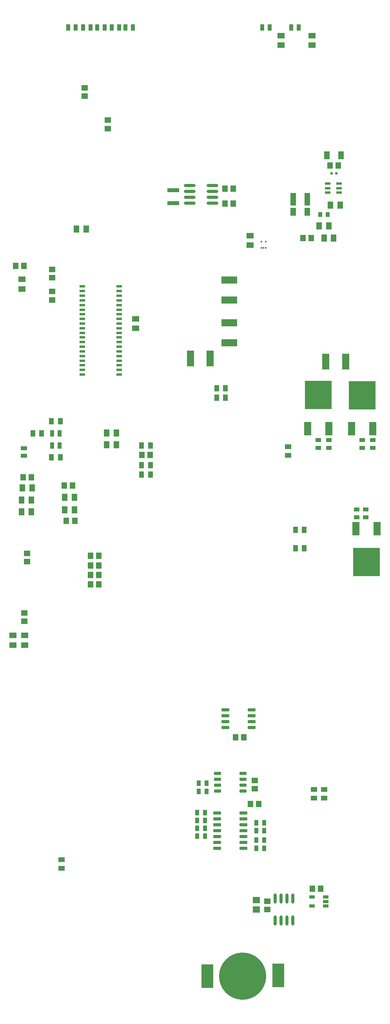
<source format=gbr>
G04 Layer_Color=128*
%FSLAX26Y26*%
%MOIN*%
%TF.FileFunction,Paste,Bot*%
%TF.Part,Single*%
G01*
G75*
%TA.AperFunction,SMDPad,CuDef*%
%ADD10R,0.041339X0.055118*%
%ADD12R,0.057087X0.045276*%
%ADD13R,0.059055X0.049213*%
%ADD14R,0.049213X0.059055*%
%ADD15R,0.045276X0.057087*%
%ADD16R,0.033465X0.051181*%
G04:AMPARAMS|DCode=17|XSize=25.591mil|YSize=64.961mil|CornerRadius=1.919mil|HoleSize=0mil|Usage=FLASHONLY|Rotation=90.000|XOffset=0mil|YOffset=0mil|HoleType=Round|Shape=RoundedRectangle|*
%AMROUNDEDRECTD17*
21,1,0.025591,0.061122,0,0,90.0*
21,1,0.021752,0.064961,0,0,90.0*
1,1,0.003839,0.030561,0.010876*
1,1,0.003839,0.030561,-0.010876*
1,1,0.003839,-0.030561,-0.010876*
1,1,0.003839,-0.030561,0.010876*
%
%ADD17ROUNDEDRECTD17*%
%ADD19R,0.102362X0.037402*%
%ADD21R,0.051181X0.033465*%
%ADD22R,0.062992X0.118110*%
%ADD23R,0.228346X0.244095*%
G04:AMPARAMS|DCode=56|XSize=25.591mil|YSize=47.244mil|CornerRadius=1.919mil|HoleSize=0mil|Usage=FLASHONLY|Rotation=90.000|XOffset=0mil|YOffset=0mil|HoleType=Round|Shape=RoundedRectangle|*
%AMROUNDEDRECTD56*
21,1,0.025591,0.043406,0,0,90.0*
21,1,0.021752,0.047244,0,0,90.0*
1,1,0.003839,0.021703,0.010876*
1,1,0.003839,0.021703,-0.010876*
1,1,0.003839,-0.021703,-0.010876*
1,1,0.003839,-0.021703,0.010876*
%
%ADD56ROUNDEDRECTD56*%
%ADD57R,0.055118X0.041339*%
%ADD58O,0.023622X0.086614*%
%ADD59R,0.011811X0.017716*%
%ADD60R,0.061024X0.053150*%
G04:AMPARAMS|DCode=61|XSize=23.622mil|YSize=57.087mil|CornerRadius=2.008mil|HoleSize=0mil|Usage=FLASHONLY|Rotation=90.000|XOffset=0mil|YOffset=0mil|HoleType=Round|Shape=RoundedRectangle|*
%AMROUNDEDRECTD61*
21,1,0.023622,0.053071,0,0,90.0*
21,1,0.019606,0.057087,0,0,90.0*
1,1,0.004016,0.026535,0.009803*
1,1,0.004016,0.026535,-0.009803*
1,1,0.004016,-0.026535,-0.009803*
1,1,0.004016,-0.026535,0.009803*
%
%ADD61ROUNDEDRECTD61*%
%ADD62R,0.062992X0.137795*%
%ADD63O,0.098425X0.027559*%
%ADD64R,0.037402X0.053150*%
%ADD65R,0.035433X0.039370*%
%ADD66R,0.045276X0.070866*%
%ADD67R,0.023622X0.019685*%
%ADD68R,0.051181X0.021654*%
%ADD69R,0.137795X0.062992*%
%ADD70R,0.045276X0.106299*%
%ADD71R,0.053150X0.037402*%
%ADD72R,0.098425X0.200787*%
%ADD73C,0.401575*%
%ADD74R,0.049500X0.024000*%
D10*
X1347198Y4903544D02*
D03*
X1272396Y4903544D02*
D03*
X2579482Y4029528D02*
D03*
X2654286Y4029528D02*
D03*
X2654280Y4187008D02*
D03*
X2579476Y4187008D02*
D03*
X1984992Y5387794D02*
D03*
X1910190Y5387794D02*
D03*
X1910188Y5309056D02*
D03*
X1984992Y5309056D02*
D03*
X1272394Y4734254D02*
D03*
X1347198Y4734254D02*
D03*
X1347198Y4655512D02*
D03*
X1272394Y4655512D02*
D03*
X579482Y5108270D02*
D03*
X504678Y5108270D02*
D03*
X579482Y4801184D02*
D03*
X504678Y4801184D02*
D03*
X422000Y5005906D02*
D03*
X347198Y5005906D02*
D03*
D12*
X786170Y7942914D02*
D03*
X786170Y7872048D02*
D03*
X2341292Y958662D02*
D03*
X2341292Y1029528D02*
D03*
X2233024Y1986222D02*
D03*
X2233024Y2057088D02*
D03*
X983022Y7667320D02*
D03*
X983022Y7596454D02*
D03*
X274362Y3478346D02*
D03*
X274362Y3407480D02*
D03*
X297986Y3986220D02*
D03*
X297986Y3915354D02*
D03*
X510582Y6399604D02*
D03*
X510582Y6328738D02*
D03*
X510586Y6210630D02*
D03*
X510586Y6139764D02*
D03*
D13*
X1219244Y5897638D02*
D03*
X1219244Y5980314D02*
D03*
X175938Y3204722D02*
D03*
X175938Y3287400D02*
D03*
X2456450Y8387204D02*
D03*
X2456450Y8304528D02*
D03*
X254678Y6314370D02*
D03*
X254678Y6231692D02*
D03*
X2722198Y8304526D02*
D03*
X2722198Y8387202D02*
D03*
X278300Y3287402D02*
D03*
X278300Y3204726D02*
D03*
X2194638Y6687008D02*
D03*
X2194638Y6604332D02*
D03*
D14*
X2961370Y6944882D02*
D03*
X2878692Y6944882D02*
D03*
X2780032Y6768998D02*
D03*
X2862710Y6768998D02*
D03*
X2905708Y6664000D02*
D03*
X2823032Y6664000D02*
D03*
X256646Y4541340D02*
D03*
X339324Y4541340D02*
D03*
X618260Y4463192D02*
D03*
X700938Y4463192D02*
D03*
X618258Y4354926D02*
D03*
X700936Y4354926D02*
D03*
X1055860Y5007874D02*
D03*
X973182Y5007874D02*
D03*
X1055860Y4909450D02*
D03*
X973182Y4909450D02*
D03*
X334398Y4340156D02*
D03*
X251722Y4340156D02*
D03*
X251724Y4440158D02*
D03*
X334402Y4440158D02*
D03*
X717278Y6742126D02*
D03*
X799956Y6742126D02*
D03*
D15*
X2794548Y1137000D02*
D03*
X2723682Y1137000D02*
D03*
X2140804Y2422000D02*
D03*
X2069938Y2422000D02*
D03*
X2268456Y1854330D02*
D03*
X2197590Y1854330D02*
D03*
X270424Y6430512D02*
D03*
X199558Y6430512D02*
D03*
X2049954Y7086614D02*
D03*
X1979088Y7086614D02*
D03*
X2049952Y6958662D02*
D03*
X1979086Y6958662D02*
D03*
X2943658Y7281494D02*
D03*
X2872790Y7281494D02*
D03*
X2642936Y6664002D02*
D03*
X2713802Y6664002D02*
D03*
X685190Y4561618D02*
D03*
X614324Y4561618D02*
D03*
X702906Y4262406D02*
D03*
X632040Y4262406D02*
D03*
X1345230Y4820868D02*
D03*
X1274364Y4820868D02*
D03*
X908222Y3801184D02*
D03*
X837356Y3801184D02*
D03*
X908220Y3722442D02*
D03*
X837354Y3722442D02*
D03*
X908222Y3883858D02*
D03*
X837356Y3883858D02*
D03*
X908222Y3966536D02*
D03*
X837356Y3966536D02*
D03*
X333418Y4631890D02*
D03*
X262552Y4631890D02*
D03*
D16*
X1756644Y2031496D02*
D03*
X1823574Y2031496D02*
D03*
X1823576Y1962598D02*
D03*
X1756646Y1962598D02*
D03*
X1811766Y1781498D02*
D03*
X1744836Y1781498D02*
D03*
X1744834Y1714568D02*
D03*
X1811764Y1714568D02*
D03*
X1811764Y1647640D02*
D03*
X1744834Y1647640D02*
D03*
X1744834Y1580708D02*
D03*
X1811764Y1580708D02*
D03*
X2315702Y1696848D02*
D03*
X2248772Y1696848D02*
D03*
X2248770Y1549212D02*
D03*
X2315700Y1549212D02*
D03*
X2315702Y1480316D02*
D03*
X2248772Y1480316D02*
D03*
X2248770Y1627952D02*
D03*
X2315700Y1627952D02*
D03*
D17*
X2137552Y1777952D02*
D03*
X2137552Y1727952D02*
D03*
X2137552Y1677952D02*
D03*
X2137552Y1627952D02*
D03*
X2137552Y1577952D02*
D03*
X2137552Y1527952D02*
D03*
X2137552Y1477952D02*
D03*
X1915110Y1777952D02*
D03*
X1915110Y1727952D02*
D03*
X1915110Y1677952D02*
D03*
X1915110Y1627952D02*
D03*
X1915110Y1577952D02*
D03*
X1915110Y1527952D02*
D03*
X1915110Y1477952D02*
D03*
X1984006Y2506694D02*
D03*
X1984006Y2556694D02*
D03*
X1984006Y2606694D02*
D03*
X1984006Y2656694D02*
D03*
X2206446Y2506694D02*
D03*
X2206446Y2556694D02*
D03*
X2206446Y2606694D02*
D03*
X2206446Y2656694D02*
D03*
D19*
X1542080Y7072836D02*
D03*
X1542080Y6962598D02*
D03*
D21*
X3148376Y4948818D02*
D03*
X3148376Y4881888D02*
D03*
X3236962Y4881890D02*
D03*
X3236962Y4948820D02*
D03*
X2774362Y4948820D02*
D03*
X2774362Y4881890D02*
D03*
X2862944Y4881890D02*
D03*
X2862944Y4948820D02*
D03*
X3177904Y4358268D02*
D03*
X3177904Y4291338D02*
D03*
X3099166Y4358268D02*
D03*
X3099166Y4291338D02*
D03*
D22*
X2864520Y5047244D02*
D03*
X2684206Y5047244D02*
D03*
X3236124Y5044094D02*
D03*
X3055810Y5044094D02*
D03*
X3093958Y4195229D02*
D03*
X3274272Y4195229D02*
D03*
D23*
X2774362Y5330708D02*
D03*
X3145968Y5327558D02*
D03*
X3184114Y3911765D02*
D03*
D56*
X2721044Y1064402D02*
D03*
X2721044Y989598D02*
D03*
X2837186Y989598D02*
D03*
X2837186Y1027000D02*
D03*
X2837186Y1064402D02*
D03*
D57*
X589702Y1309008D02*
D03*
X589702Y1383810D02*
D03*
X2738928Y1980316D02*
D03*
X2738928Y1905512D02*
D03*
X2823574Y1905514D02*
D03*
X2823574Y1980316D02*
D03*
X2518458Y4893700D02*
D03*
X2518458Y4818896D02*
D03*
D58*
X2408024Y1053150D02*
D03*
X2458024Y1053150D02*
D03*
X2508024Y1053150D02*
D03*
X2558024Y1053150D02*
D03*
X2408024Y864174D02*
D03*
X2458024Y864174D02*
D03*
X2508024Y864174D02*
D03*
X2558024Y864174D02*
D03*
D59*
X2328496Y6582834D02*
D03*
X2308812Y6582834D02*
D03*
X2289126Y6582834D02*
D03*
X2289126Y6635984D02*
D03*
X2328496Y6635984D02*
D03*
D60*
X2246804Y958660D02*
D03*
X2246804Y1037402D02*
D03*
D61*
X1919048Y1966338D02*
D03*
X1919048Y2016338D02*
D03*
X1919048Y2066338D02*
D03*
X1919048Y2116338D02*
D03*
X2133614Y1966338D02*
D03*
X2133614Y2016338D02*
D03*
X2133614Y2066338D02*
D03*
X2133614Y2116338D02*
D03*
D62*
X1685782Y5643700D02*
D03*
X1855072Y5643700D02*
D03*
X2837354Y5614172D02*
D03*
X3006644Y5614172D02*
D03*
D63*
X1681842Y6962402D02*
D03*
X1681842Y7012402D02*
D03*
X1681842Y7062402D02*
D03*
X1681842Y7112402D02*
D03*
X1874756Y6962402D02*
D03*
X1874756Y7012402D02*
D03*
X1874756Y7062402D02*
D03*
X1874756Y7112402D02*
D03*
D64*
X2606056Y8457040D02*
D03*
X2543064Y8457040D02*
D03*
X711496Y8456000D02*
D03*
X648504Y8456000D02*
D03*
X1196826Y8457040D02*
D03*
X1133834Y8457040D02*
D03*
X956196Y8456410D02*
D03*
X893204Y8456410D02*
D03*
X1080074Y8457040D02*
D03*
X1017082Y8457040D02*
D03*
X836196Y8456410D02*
D03*
X773202Y8456410D02*
D03*
X2359992Y8454134D02*
D03*
X2297000Y8457040D02*
D03*
X573574Y5005904D02*
D03*
X510582Y5005904D02*
D03*
X573574Y4903542D02*
D03*
X510582Y4903542D02*
D03*
D65*
X2855068Y6866140D02*
D03*
X2792076Y6866140D02*
D03*
D66*
X2966428Y7367998D02*
D03*
X2848316Y7367998D02*
D03*
X2679874Y6889762D02*
D03*
X2561764Y6889762D02*
D03*
D67*
X2928058Y7214000D02*
D03*
X2888688Y7214000D02*
D03*
D68*
X2949562Y7127952D02*
D03*
X2949562Y7090550D02*
D03*
X2949562Y7053148D02*
D03*
X2855074Y7053148D02*
D03*
X2855074Y7090550D02*
D03*
X2855074Y7127952D02*
D03*
D69*
X2016488Y5775590D02*
D03*
X2016488Y5944882D02*
D03*
X2016488Y6309054D02*
D03*
X2016488Y6139764D02*
D03*
D70*
X2680424Y6997000D02*
D03*
X2562314Y6997000D02*
D03*
D71*
X270426Y4816930D02*
D03*
X270426Y4879922D02*
D03*
D72*
X2432826Y397638D02*
D03*
X1830464Y393700D02*
D03*
D73*
X2131646Y393700D02*
D03*
D74*
X1081568Y5505622D02*
D03*
D03*
X1081568Y5545022D02*
D03*
X1081568Y5584422D02*
D03*
X1081568Y5623822D02*
D03*
X1081568Y5663222D02*
D03*
X1081568Y5702622D02*
D03*
X1081568Y5742022D02*
D03*
X1081568Y5781422D02*
D03*
X1081568Y5820822D02*
D03*
X1081568Y5860222D02*
D03*
X1081568Y5899622D02*
D03*
X1081568Y5939022D02*
D03*
X1081568Y5978422D02*
D03*
X1081568Y6017822D02*
D03*
X1081568Y6057222D02*
D03*
X1081568Y6096622D02*
D03*
X1081568Y6136022D02*
D03*
X1081568Y6175422D02*
D03*
X1081568Y6214822D02*
D03*
X1081568Y6254222D02*
D03*
X766368Y5505622D02*
D03*
X766368Y5545022D02*
D03*
X766368Y5584422D02*
D03*
X766368Y5623822D02*
D03*
X766368Y5663222D02*
D03*
X766368Y5702622D02*
D03*
X766368Y5742022D02*
D03*
X766368Y5781422D02*
D03*
X766368Y5820822D02*
D03*
X766368Y5860222D02*
D03*
X766368Y5899622D02*
D03*
X766368Y5939022D02*
D03*
X766368Y5978422D02*
D03*
X766368Y6017822D02*
D03*
X766368Y6057222D02*
D03*
X766368Y6096622D02*
D03*
X766368Y6136022D02*
D03*
X766368Y6175422D02*
D03*
X766368Y6214822D02*
D03*
X766368Y6254222D02*
D03*
%TF.MD5,20990eb0051956de99748c6d7f1926d7*%
M02*

</source>
